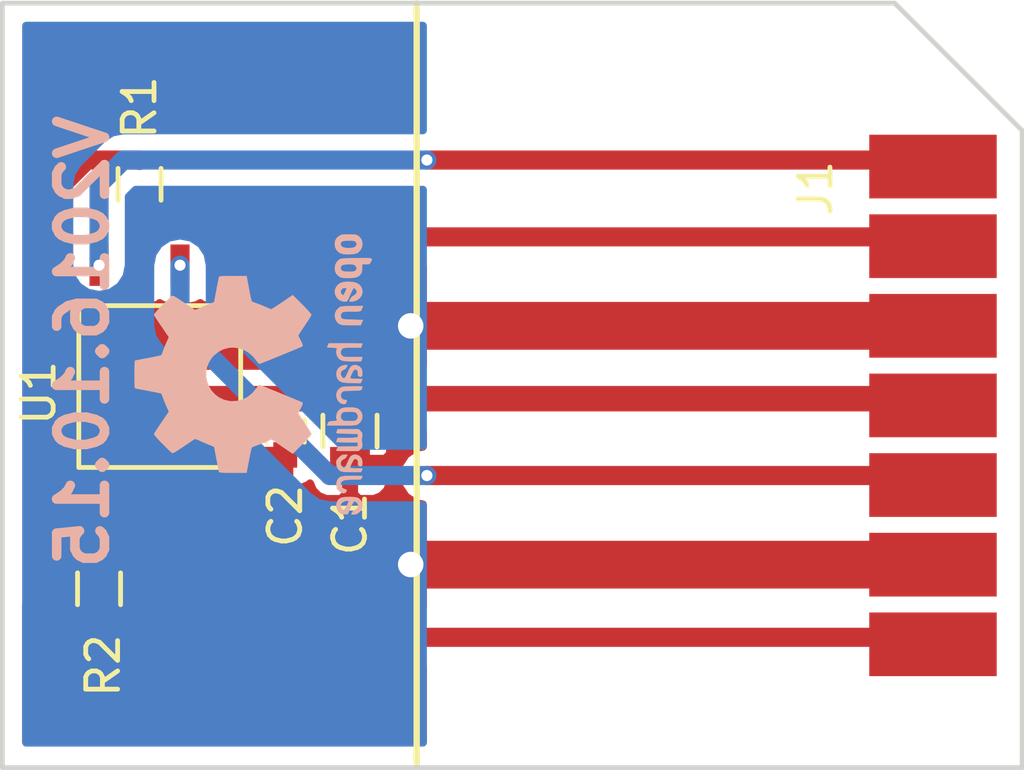
<source format=kicad_pcb>
(kicad_pcb (version 4) (host pcbnew 4.0.4+e1-6308~48~ubuntu16.04.1-stable)

  (general
    (links 15)
    (no_connects 0)
    (area 133.924999 93.399999 166.075001 117.600001)
    (thickness 1.6)
    (drawings 7)
    (tracks 57)
    (zones 0)
    (modules 7)
    (nets 9)
  )

  (page A4)
  (layers
    (0 F.Cu signal)
    (31 B.Cu signal)
    (32 B.Adhes user)
    (33 F.Adhes user)
    (34 B.Paste user)
    (35 F.Paste user)
    (36 B.SilkS user)
    (37 F.SilkS user)
    (38 B.Mask user)
    (39 F.Mask user)
    (40 Dwgs.User user)
    (41 Cmts.User user)
    (42 Eco1.User user)
    (43 Eco2.User user)
    (44 Edge.Cuts user)
    (45 Margin user)
    (46 B.CrtYd user)
    (47 F.CrtYd user)
    (48 B.Fab user)
    (49 F.Fab user)
  )

  (setup
    (last_trace_width 0.6)
    (user_trace_width 0.4)
    (user_trace_width 0.6)
    (user_trace_width 0.8)
    (user_trace_width 1)
    (user_trace_width 1.5)
    (trace_clearance 0.2)
    (zone_clearance 0.508)
    (zone_45_only no)
    (trace_min 0.1524)
    (segment_width 0.2)
    (edge_width 0.15)
    (via_size 0.6)
    (via_drill 0.4)
    (via_min_size 0.35)
    (via_min_drill 0.35)
    (user_via 0.5 0.35)
    (user_via 0.6 0.4)
    (user_via 0.8 0.6)
    (user_via 1 0.8)
    (user_via 1.7 1.5)
    (uvia_size 0.3)
    (uvia_drill 0.1)
    (uvias_allowed no)
    (uvia_min_size 0.2)
    (uvia_min_drill 0.1)
    (pcb_text_width 0.3)
    (pcb_text_size 1.5 1.5)
    (mod_edge_width 0.15)
    (mod_text_size 1 1)
    (mod_text_width 0.15)
    (pad_size 1.524 1.524)
    (pad_drill 0.762)
    (pad_to_mask_clearance 0.2)
    (aux_axis_origin 0 0)
    (visible_elements FFFFFF7F)
    (pcbplotparams
      (layerselection 0x00030_80000001)
      (usegerberextensions false)
      (excludeedgelayer true)
      (linewidth 0.100000)
      (plotframeref false)
      (viasonmask false)
      (mode 1)
      (useauxorigin false)
      (hpglpennumber 1)
      (hpglpenspeed 20)
      (hpglpendiameter 15)
      (hpglpenoverlay 2)
      (psnegative false)
      (psa4output false)
      (plotreference true)
      (plotvalue true)
      (plotinvisibletext false)
      (padsonsilk false)
      (subtractmaskfromsilk false)
      (outputformat 1)
      (mirror false)
      (drillshape 1)
      (scaleselection 1)
      (outputdirectory ""))
  )

  (net 0 "")
  (net 1 GND)
  (net 2 +3V3)
  (net 3 CS)
  (net 4 DI)
  (net 5 SCLK)
  (net 6 DO)
  (net 7 "Net-(R1-Pad1)")
  (net 8 "Net-(R2-Pad2)")

  (net_class Default "This is the default net class."
    (clearance 0.2)
    (trace_width 0.25)
    (via_dia 0.6)
    (via_drill 0.4)
    (uvia_dia 0.3)
    (uvia_drill 0.1)
    (add_net +3V3)
    (add_net CS)
    (add_net DI)
    (add_net DO)
    (add_net GND)
    (add_net "Net-(R1-Pad1)")
    (add_net "Net-(R2-Pad2)")
    (add_net SCLK)
  )

  (module SquantorPcbOutline:SD_CARD_connector locked (layer F.Cu) (tedit 57FB8582) (tstamp 57FB8117)
    (at 163.2 106.13)
    (path /57FB7E61)
    (fp_text reference J1 (at -3.688 -6.816 90) (layer F.SilkS)
      (effects (font (size 1 1) (thickness 0.15)))
    )
    (fp_text value SD_CARD_connector (at -3.942 1.82 270) (layer F.Fab)
      (effects (font (size 1 1) (thickness 0.15)))
    )
    (pad 1 smd rect (at 0 -7.5 90) (size 2 4) (layers F.Cu F.Paste F.Mask)
      (net 3 CS))
    (pad 2 smd rect (at 0 -5 90) (size 2 4) (layers F.Cu F.Paste F.Mask)
      (net 4 DI))
    (pad 3 smd rect (at 0 -2.5 90) (size 2 4) (layers F.Cu F.Paste F.Mask)
      (net 1 GND))
    (pad 4 smd rect (at 0 0 90) (size 2 4) (layers F.Cu F.Paste F.Mask)
      (net 2 +3V3))
    (pad 5 smd rect (at 0 2.5 90) (size 2 4) (layers F.Cu F.Paste F.Mask)
      (net 5 SCLK))
    (pad 6 smd rect (at 0 5 90) (size 2 4) (layers F.Cu F.Paste F.Mask)
      (net 1 GND))
    (pad 7 smd rect (at 0 7.5 90) (size 2 4) (layers F.Cu F.Paste F.Mask)
      (net 6 DO))
  )

  (module Capacitors_SMD:C_0805 (layer F.Cu) (tedit 57FD182A) (tstamp 57FB850F)
    (at 144.907 106.934 270)
    (descr "Capacitor SMD 0805, reflow soldering, AVX (see smccp.pdf)")
    (tags "capacitor 0805")
    (path /57FB81C5)
    (attr smd)
    (fp_text reference C1 (at 2.921 0 270) (layer F.SilkS)
      (effects (font (size 1 1) (thickness 0.15)))
    )
    (fp_text value 1u (at 0 0 270) (layer F.Fab)
      (effects (font (size 1 1) (thickness 0.15)))
    )
    (fp_line (start -1 0.625) (end -1 -0.625) (layer F.Fab) (width 0.15))
    (fp_line (start 1 0.625) (end -1 0.625) (layer F.Fab) (width 0.15))
    (fp_line (start 1 -0.625) (end 1 0.625) (layer F.Fab) (width 0.15))
    (fp_line (start -1 -0.625) (end 1 -0.625) (layer F.Fab) (width 0.15))
    (fp_line (start -1.8 -1) (end 1.8 -1) (layer F.CrtYd) (width 0.05))
    (fp_line (start -1.8 1) (end 1.8 1) (layer F.CrtYd) (width 0.05))
    (fp_line (start -1.8 -1) (end -1.8 1) (layer F.CrtYd) (width 0.05))
    (fp_line (start 1.8 -1) (end 1.8 1) (layer F.CrtYd) (width 0.05))
    (fp_line (start 0.5 -0.85) (end -0.5 -0.85) (layer F.SilkS) (width 0.15))
    (fp_line (start -0.5 0.85) (end 0.5 0.85) (layer F.SilkS) (width 0.15))
    (pad 1 smd rect (at -1 0 270) (size 1 1.25) (layers F.Cu F.Paste F.Mask)
      (net 2 +3V3))
    (pad 2 smd rect (at 1 0 270) (size 1 1.25) (layers F.Cu F.Paste F.Mask)
      (net 1 GND))
    (model Capacitors_SMD.3dshapes/C_0805.wrl
      (at (xyz 0 0 0))
      (scale (xyz 1 1 1))
      (rotate (xyz 0 0 0))
    )
  )

  (module Capacitors_SMD:C_0603 (layer F.Cu) (tedit 57FD182D) (tstamp 57FB8514)
    (at 142.875 106.934 270)
    (descr "Capacitor SMD 0603, reflow soldering, AVX (see smccp.pdf)")
    (tags "capacitor 0603")
    (path /57FB8208)
    (attr smd)
    (fp_text reference C2 (at 2.667 0 270) (layer F.SilkS)
      (effects (font (size 1 1) (thickness 0.15)))
    )
    (fp_text value 100n (at -0.127 0 270) (layer F.Fab)
      (effects (font (size 1 1) (thickness 0.15)))
    )
    (fp_line (start -0.8 0.4) (end -0.8 -0.4) (layer F.Fab) (width 0.15))
    (fp_line (start 0.8 0.4) (end -0.8 0.4) (layer F.Fab) (width 0.15))
    (fp_line (start 0.8 -0.4) (end 0.8 0.4) (layer F.Fab) (width 0.15))
    (fp_line (start -0.8 -0.4) (end 0.8 -0.4) (layer F.Fab) (width 0.15))
    (fp_line (start -1.45 -0.75) (end 1.45 -0.75) (layer F.CrtYd) (width 0.05))
    (fp_line (start -1.45 0.75) (end 1.45 0.75) (layer F.CrtYd) (width 0.05))
    (fp_line (start -1.45 -0.75) (end -1.45 0.75) (layer F.CrtYd) (width 0.05))
    (fp_line (start 1.45 -0.75) (end 1.45 0.75) (layer F.CrtYd) (width 0.05))
    (fp_line (start -0.35 -0.6) (end 0.35 -0.6) (layer F.SilkS) (width 0.15))
    (fp_line (start 0.35 0.6) (end -0.35 0.6) (layer F.SilkS) (width 0.15))
    (pad 1 smd rect (at -0.75 0 270) (size 0.8 0.75) (layers F.Cu F.Paste F.Mask)
      (net 2 +3V3))
    (pad 2 smd rect (at 0.75 0 270) (size 0.8 0.75) (layers F.Cu F.Paste F.Mask)
      (net 1 GND))
    (model Capacitors_SMD.3dshapes/C_0603.wrl
      (at (xyz 0 0 0))
      (scale (xyz 1 1 1))
      (rotate (xyz 0 0 0))
    )
  )

  (module Resistors_SMD:R_0603 (layer F.Cu) (tedit 57FD1825) (tstamp 57FC0114)
    (at 138.303 99.187 90)
    (descr "Resistor SMD 0603, reflow soldering, Vishay (see dcrcw.pdf)")
    (tags "resistor 0603")
    (path /57FC007B)
    (attr smd)
    (fp_text reference R1 (at 2.413 0 90) (layer F.SilkS)
      (effects (font (size 1 1) (thickness 0.15)))
    )
    (fp_text value 10K (at 0 0 90) (layer F.Fab)
      (effects (font (size 1 1) (thickness 0.15)))
    )
    (fp_line (start -1.3 -0.8) (end 1.3 -0.8) (layer F.CrtYd) (width 0.05))
    (fp_line (start -1.3 0.8) (end 1.3 0.8) (layer F.CrtYd) (width 0.05))
    (fp_line (start -1.3 -0.8) (end -1.3 0.8) (layer F.CrtYd) (width 0.05))
    (fp_line (start 1.3 -0.8) (end 1.3 0.8) (layer F.CrtYd) (width 0.05))
    (fp_line (start 0.5 0.675) (end -0.5 0.675) (layer F.SilkS) (width 0.15))
    (fp_line (start -0.5 -0.675) (end 0.5 -0.675) (layer F.SilkS) (width 0.15))
    (pad 1 smd rect (at -0.75 0 90) (size 0.5 0.9) (layers F.Cu F.Paste F.Mask)
      (net 7 "Net-(R1-Pad1)"))
    (pad 2 smd rect (at 0.75 0 90) (size 0.5 0.9) (layers F.Cu F.Paste F.Mask)
      (net 2 +3V3))
    (model Resistors_SMD.3dshapes/R_0603.wrl
      (at (xyz 0 0 0))
      (scale (xyz 1 1 1))
      (rotate (xyz 0 0 0))
    )
  )

  (module Resistors_SMD:R_0603 (layer F.Cu) (tedit 57FD183C) (tstamp 57FC011A)
    (at 137.033 111.887 90)
    (descr "Resistor SMD 0603, reflow soldering, Vishay (see dcrcw.pdf)")
    (tags "resistor 0603")
    (path /57FC027B)
    (attr smd)
    (fp_text reference R2 (at -2.413 0.127 90) (layer F.SilkS)
      (effects (font (size 1 1) (thickness 0.15)))
    )
    (fp_text value 10k (at 0.127 0.127 90) (layer F.Fab)
      (effects (font (size 1 1) (thickness 0.15)))
    )
    (fp_line (start -1.3 -0.8) (end 1.3 -0.8) (layer F.CrtYd) (width 0.05))
    (fp_line (start -1.3 0.8) (end 1.3 0.8) (layer F.CrtYd) (width 0.05))
    (fp_line (start -1.3 -0.8) (end -1.3 0.8) (layer F.CrtYd) (width 0.05))
    (fp_line (start 1.3 -0.8) (end 1.3 0.8) (layer F.CrtYd) (width 0.05))
    (fp_line (start 0.5 0.675) (end -0.5 0.675) (layer F.SilkS) (width 0.15))
    (fp_line (start -0.5 -0.675) (end 0.5 -0.675) (layer F.SilkS) (width 0.15))
    (pad 1 smd rect (at -0.75 0 90) (size 0.5 0.9) (layers F.Cu F.Paste F.Mask)
      (net 2 +3V3))
    (pad 2 smd rect (at 0.75 0 90) (size 0.5 0.9) (layers F.Cu F.Paste F.Mask)
      (net 8 "Net-(R2-Pad2)"))
    (model Resistors_SMD.3dshapes/R_0603.wrl
      (at (xyz 0 0 0))
      (scale (xyz 1 1 1))
      (rotate (xyz 0 0 0))
    )
  )

  (module SquantorAtmel:AT45DBXXX (layer F.Cu) (tedit 580208DB) (tstamp 58011BCD)
    (at 138.938 105.537 270)
    (path /58011846)
    (fp_text reference U1 (at 0.2 3.8 270) (layer F.SilkS)
      (effects (font (size 1 1) (thickness 0.15)))
    )
    (fp_text value AT45DBXXX (at -5.334 -3.81 270) (layer F.Fab)
      (effects (font (size 1 1) (thickness 0.15)))
    )
    (fp_circle (center -1.778 -1.778) (end -1.27 -1.778) (layer F.SilkS) (width 0.254))
    (fp_line (start 2.54 -1.905) (end 3.81 -1.905) (layer F.Fab) (width 0.42))
    (fp_line (start 2.54 -0.635) (end 3.81 -0.635) (layer F.Fab) (width 0.42))
    (fp_line (start 2.54 0.635) (end 3.81 0.635) (layer F.Fab) (width 0.42))
    (fp_line (start 2.54 1.905) (end 3.81 1.905) (layer F.Fab) (width 0.42))
    (fp_line (start -2.54 1.905) (end -3.81 1.905) (layer F.Fab) (width 0.42))
    (fp_line (start -2.54 0.635) (end -3.81 0.635) (layer F.Fab) (width 0.42))
    (fp_line (start -2.54 -0.635) (end -3.81 -0.635) (layer F.Fab) (width 0.42))
    (fp_line (start -2.54 -1.905) (end -3.81 -1.905) (layer F.Fab) (width 0.42))
    (fp_line (start -2.54 0) (end -2.54 -2.54) (layer F.SilkS) (width 0.15))
    (fp_line (start -2.54 -2.54) (end 2.54 -2.54) (layer F.SilkS) (width 0.15))
    (fp_line (start 2.54 -2.54) (end 2.54 2.54) (layer F.SilkS) (width 0.15))
    (fp_line (start 2.54 2.54) (end -2.54 2.54) (layer F.SilkS) (width 0.15))
    (fp_line (start -2.54 2.54) (end -2.54 0) (layer F.SilkS) (width 0.15))
    (pad 3 smd rect (at -3.81 0.635 270) (size 1.3 0.6) (layers F.Cu F.Paste F.Mask)
      (net 7 "Net-(R1-Pad1)"))
    (pad 2 smd rect (at -3.81 -0.635 270) (size 1.3 0.6) (layers F.Cu F.Paste F.Mask)
      (net 5 SCLK))
    (pad 1 smd rect (at -3.81 -1.905 270) (size 1.3 0.6) (layers F.Cu F.Paste F.Mask)
      (net 4 DI))
    (pad 4 smd rect (at -3.81 1.905 270) (size 1.3 0.6) (layers F.Cu F.Paste F.Mask)
      (net 3 CS))
    (pad 5 smd rect (at 3.81 1.905 270) (size 1.3 0.6) (layers F.Cu F.Paste F.Mask)
      (net 8 "Net-(R2-Pad2)"))
    (pad 6 smd rect (at 3.81 0.635 270) (size 1.3 0.6) (layers F.Cu F.Paste F.Mask)
      (net 2 +3V3))
    (pad 7 smd rect (at 3.81 -0.635 270) (size 1.3 0.6) (layers F.Cu F.Paste F.Mask)
      (net 1 GND))
    (pad 8 smd rect (at 3.81 -1.905 270) (size 1.3 0.6) (layers F.Cu F.Paste F.Mask)
      (net 6 DO))
  )

  (module Symbols:OSHW-Logo2_9.8x8mm_SilkScreen (layer B.Cu) (tedit 0) (tstamp 58020916)
    (at 141.859 105.156 270)
    (descr "Open Source Hardware Symbol")
    (tags "Logo Symbol OSHW")
    (attr virtual)
    (fp_text reference REF*** (at 0 0 270) (layer B.SilkS) hide
      (effects (font (size 1 1) (thickness 0.15)) (justify mirror))
    )
    (fp_text value OSHW-Logo2_9.8x8mm_SilkScreen (at 0.75 0 270) (layer B.Fab) hide
      (effects (font (size 1 1) (thickness 0.15)) (justify mirror))
    )
    (fp_poly (pts (xy -3.231114 -2.584505) (xy -3.156461 -2.621727) (xy -3.090569 -2.690261) (xy -3.072423 -2.715648)
      (xy -3.052655 -2.748866) (xy -3.039828 -2.784945) (xy -3.03249 -2.833098) (xy -3.029187 -2.902536)
      (xy -3.028462 -2.994206) (xy -3.031737 -3.11983) (xy -3.043123 -3.214154) (xy -3.064959 -3.284523)
      (xy -3.099581 -3.338286) (xy -3.14933 -3.382788) (xy -3.152986 -3.385423) (xy -3.202015 -3.412377)
      (xy -3.261055 -3.425712) (xy -3.336141 -3.429) (xy -3.458205 -3.429) (xy -3.458256 -3.547497)
      (xy -3.459392 -3.613492) (xy -3.466314 -3.652202) (xy -3.484402 -3.675419) (xy -3.519038 -3.694933)
      (xy -3.527355 -3.69892) (xy -3.56628 -3.717603) (xy -3.596417 -3.729403) (xy -3.618826 -3.730422)
      (xy -3.634567 -3.716761) (xy -3.644698 -3.684522) (xy -3.650277 -3.629804) (xy -3.652365 -3.548711)
      (xy -3.652019 -3.437344) (xy -3.6503 -3.291802) (xy -3.649763 -3.248269) (xy -3.647828 -3.098205)
      (xy -3.646096 -3.000042) (xy -3.458308 -3.000042) (xy -3.457252 -3.083364) (xy -3.452562 -3.13788)
      (xy -3.441949 -3.173837) (xy -3.423128 -3.201482) (xy -3.41035 -3.214965) (xy -3.35811 -3.254417)
      (xy -3.311858 -3.257628) (xy -3.264133 -3.225049) (xy -3.262923 -3.223846) (xy -3.243506 -3.198668)
      (xy -3.231693 -3.164447) (xy -3.225735 -3.111748) (xy -3.22388 -3.031131) (xy -3.223846 -3.013271)
      (xy -3.22833 -2.902175) (xy -3.242926 -2.825161) (xy -3.26935 -2.778147) (xy -3.309317 -2.75705)
      (xy -3.332416 -2.754923) (xy -3.387238 -2.7649) (xy -3.424842 -2.797752) (xy -3.447477 -2.857857)
      (xy -3.457394 -2.949598) (xy -3.458308 -3.000042) (xy -3.646096 -3.000042) (xy -3.645778 -2.98206)
      (xy -3.643127 -2.894679) (xy -3.639394 -2.830905) (xy -3.634093 -2.785582) (xy -3.626742 -2.753555)
      (xy -3.616857 -2.729668) (xy -3.603954 -2.708764) (xy -3.598421 -2.700898) (xy -3.525031 -2.626595)
      (xy -3.43224 -2.584467) (xy -3.324904 -2.572722) (xy -3.231114 -2.584505)) (layer B.SilkS) (width 0.01))
    (fp_poly (pts (xy -1.728336 -2.595089) (xy -1.665633 -2.631358) (xy -1.622039 -2.667358) (xy -1.590155 -2.705075)
      (xy -1.56819 -2.751199) (xy -1.554351 -2.812421) (xy -1.546847 -2.895431) (xy -1.543883 -3.006919)
      (xy -1.543539 -3.087062) (xy -1.543539 -3.382065) (xy -1.709615 -3.456515) (xy -1.719385 -3.133402)
      (xy -1.723421 -3.012729) (xy -1.727656 -2.925141) (xy -1.732903 -2.86465) (xy -1.739975 -2.825268)
      (xy -1.749689 -2.801007) (xy -1.762856 -2.78588) (xy -1.767081 -2.782606) (xy -1.831091 -2.757034)
      (xy -1.895792 -2.767153) (xy -1.934308 -2.794) (xy -1.949975 -2.813024) (xy -1.96082 -2.837988)
      (xy -1.967712 -2.875834) (xy -1.971521 -2.933502) (xy -1.973117 -3.017935) (xy -1.973385 -3.105928)
      (xy -1.973437 -3.216323) (xy -1.975328 -3.294463) (xy -1.981655 -3.347165) (xy -1.995017 -3.381242)
      (xy -2.018015 -3.403511) (xy -2.053246 -3.420787) (xy -2.100303 -3.438738) (xy -2.151697 -3.458278)
      (xy -2.145579 -3.111485) (xy -2.143116 -2.986468) (xy -2.140233 -2.894082) (xy -2.136102 -2.827881)
      (xy -2.129893 -2.78142) (xy -2.120774 -2.748256) (xy -2.107917 -2.721944) (xy -2.092416 -2.698729)
      (xy -2.017629 -2.624569) (xy -1.926372 -2.581684) (xy -1.827117 -2.571412) (xy -1.728336 -2.595089)) (layer B.SilkS) (width 0.01))
    (fp_poly (pts (xy -3.983114 -2.587256) (xy -3.891536 -2.635409) (xy -3.823951 -2.712905) (xy -3.799943 -2.762727)
      (xy -3.781262 -2.837533) (xy -3.771699 -2.932052) (xy -3.770792 -3.03521) (xy -3.778079 -3.135935)
      (xy -3.793097 -3.223153) (xy -3.815385 -3.285791) (xy -3.822235 -3.296579) (xy -3.903368 -3.377105)
      (xy -3.999734 -3.425336) (xy -4.104299 -3.43945) (xy -4.210032 -3.417629) (xy -4.239457 -3.404547)
      (xy -4.296759 -3.364231) (xy -4.34705 -3.310775) (xy -4.351803 -3.303995) (xy -4.371122 -3.271321)
      (xy -4.383892 -3.236394) (xy -4.391436 -3.190414) (xy -4.395076 -3.124584) (xy -4.396135 -3.030105)
      (xy -4.396154 -3.008923) (xy -4.396106 -3.002182) (xy -4.200769 -3.002182) (xy -4.199632 -3.091349)
      (xy -4.195159 -3.15052) (xy -4.185754 -3.188741) (xy -4.169824 -3.215053) (xy -4.161692 -3.223846)
      (xy -4.114942 -3.257261) (xy -4.069553 -3.255737) (xy -4.02366 -3.226752) (xy -3.996288 -3.195809)
      (xy -3.980077 -3.150643) (xy -3.970974 -3.07942) (xy -3.970349 -3.071114) (xy -3.968796 -2.942037)
      (xy -3.985035 -2.846172) (xy -4.018848 -2.784107) (xy -4.070016 -2.756432) (xy -4.08828 -2.754923)
      (xy -4.13624 -2.762513) (xy -4.169047 -2.788808) (xy -4.189105 -2.839095) (xy -4.198822 -2.918664)
      (xy -4.200769 -3.002182) (xy -4.396106 -3.002182) (xy -4.395426 -2.908249) (xy -4.392371 -2.837906)
      (xy -4.385678 -2.789163) (xy -4.37404 -2.753288) (xy -4.356147 -2.721548) (xy -4.352192 -2.715648)
      (xy -4.285733 -2.636104) (xy -4.213315 -2.589929) (xy -4.125151 -2.571599) (xy -4.095213 -2.570703)
      (xy -3.983114 -2.587256)) (layer B.SilkS) (width 0.01))
    (fp_poly (pts (xy -2.465746 -2.599745) (xy -2.388714 -2.651567) (xy -2.329184 -2.726412) (xy -2.293622 -2.821654)
      (xy -2.286429 -2.891756) (xy -2.287246 -2.921009) (xy -2.294086 -2.943407) (xy -2.312888 -2.963474)
      (xy -2.349592 -2.985733) (xy -2.410138 -3.014709) (xy -2.500466 -3.054927) (xy -2.500923 -3.055129)
      (xy -2.584067 -3.09321) (xy -2.652247 -3.127025) (xy -2.698495 -3.152933) (xy -2.715842 -3.167295)
      (xy -2.715846 -3.167411) (xy -2.700557 -3.198685) (xy -2.664804 -3.233157) (xy -2.623758 -3.25799)
      (xy -2.602963 -3.262923) (xy -2.54623 -3.245862) (xy -2.497373 -3.203133) (xy -2.473535 -3.156155)
      (xy -2.450603 -3.121522) (xy -2.405682 -3.082081) (xy -2.352877 -3.048009) (xy -2.30629 -3.02948)
      (xy -2.296548 -3.028462) (xy -2.285582 -3.045215) (xy -2.284921 -3.088039) (xy -2.29298 -3.145781)
      (xy -2.308173 -3.207289) (xy -2.328914 -3.261409) (xy -2.329962 -3.26351) (xy -2.392379 -3.35066)
      (xy -2.473274 -3.409939) (xy -2.565144 -3.439034) (xy -2.660487 -3.435634) (xy -2.751802 -3.397428)
      (xy -2.755862 -3.394741) (xy -2.827694 -3.329642) (xy -2.874927 -3.244705) (xy -2.901066 -3.133021)
      (xy -2.904574 -3.101643) (xy -2.910787 -2.953536) (xy -2.903339 -2.884468) (xy -2.715846 -2.884468)
      (xy -2.71341 -2.927552) (xy -2.700086 -2.940126) (xy -2.666868 -2.930719) (xy -2.614506 -2.908483)
      (xy -2.555976 -2.88061) (xy -2.554521 -2.879872) (xy -2.504911 -2.853777) (xy -2.485 -2.836363)
      (xy -2.48991 -2.818107) (xy -2.510584 -2.79412) (xy -2.563181 -2.759406) (xy -2.619823 -2.756856)
      (xy -2.670631 -2.782119) (xy -2.705724 -2.830847) (xy -2.715846 -2.884468) (xy -2.903339 -2.884468)
      (xy -2.898008 -2.835036) (xy -2.865222 -2.741055) (xy -2.819579 -2.675215) (xy -2.737198 -2.608681)
      (xy -2.646454 -2.575676) (xy -2.553815 -2.573573) (xy -2.465746 -2.599745)) (layer B.SilkS) (width 0.01))
    (fp_poly (pts (xy -0.840154 -2.49212) (xy -0.834428 -2.57198) (xy -0.827851 -2.619039) (xy -0.818738 -2.639566)
      (xy -0.805402 -2.639829) (xy -0.801077 -2.637378) (xy -0.743556 -2.619636) (xy -0.668732 -2.620672)
      (xy -0.592661 -2.63891) (xy -0.545082 -2.662505) (xy -0.496298 -2.700198) (xy -0.460636 -2.742855)
      (xy -0.436155 -2.797057) (xy -0.420913 -2.869384) (xy -0.41297 -2.966419) (xy -0.410384 -3.094742)
      (xy -0.410338 -3.119358) (xy -0.410308 -3.39587) (xy -0.471839 -3.41732) (xy -0.515541 -3.431912)
      (xy -0.539518 -3.438706) (xy -0.540223 -3.438769) (xy -0.542585 -3.420345) (xy -0.544594 -3.369526)
      (xy -0.546099 -3.292993) (xy -0.546947 -3.19743) (xy -0.547077 -3.139329) (xy -0.547349 -3.024771)
      (xy -0.548748 -2.942667) (xy -0.552151 -2.886393) (xy -0.558433 -2.849326) (xy -0.568471 -2.824844)
      (xy -0.583139 -2.806325) (xy -0.592298 -2.797406) (xy -0.655211 -2.761466) (xy -0.723864 -2.758775)
      (xy -0.786152 -2.78917) (xy -0.797671 -2.800144) (xy -0.814567 -2.820779) (xy -0.826286 -2.845256)
      (xy -0.833767 -2.880647) (xy -0.837946 -2.934026) (xy -0.839763 -3.012466) (xy -0.840154 -3.120617)
      (xy -0.840154 -3.39587) (xy -0.901685 -3.41732) (xy -0.945387 -3.431912) (xy -0.969364 -3.438706)
      (xy -0.97007 -3.438769) (xy -0.971874 -3.420069) (xy -0.9735 -3.367322) (xy -0.974883 -3.285557)
      (xy -0.975958 -3.179805) (xy -0.97666 -3.055094) (xy -0.976923 -2.916455) (xy -0.976923 -2.381806)
      (xy -0.849923 -2.328236) (xy -0.840154 -2.49212)) (layer B.SilkS) (width 0.01))
    (fp_poly (pts (xy 0.053501 -2.626303) (xy 0.13006 -2.654733) (xy 0.130936 -2.655279) (xy 0.178285 -2.690127)
      (xy 0.213241 -2.730852) (xy 0.237825 -2.783925) (xy 0.254062 -2.855814) (xy 0.263975 -2.952992)
      (xy 0.269586 -3.081928) (xy 0.270077 -3.100298) (xy 0.277141 -3.377287) (xy 0.217695 -3.408028)
      (xy 0.174681 -3.428802) (xy 0.14871 -3.438646) (xy 0.147509 -3.438769) (xy 0.143014 -3.420606)
      (xy 0.139444 -3.371612) (xy 0.137248 -3.300031) (xy 0.136769 -3.242068) (xy 0.136758 -3.14817)
      (xy 0.132466 -3.089203) (xy 0.117503 -3.061079) (xy 0.085482 -3.059706) (xy 0.030014 -3.080998)
      (xy -0.053731 -3.120136) (xy -0.115311 -3.152643) (xy -0.146983 -3.180845) (xy -0.156294 -3.211582)
      (xy -0.156308 -3.213104) (xy -0.140943 -3.266054) (xy -0.095453 -3.29466) (xy -0.025834 -3.298803)
      (xy 0.024313 -3.298084) (xy 0.050754 -3.312527) (xy 0.067243 -3.347218) (xy 0.076733 -3.391416)
      (xy 0.063057 -3.416493) (xy 0.057907 -3.420082) (xy 0.009425 -3.434496) (xy -0.058469 -3.436537)
      (xy -0.128388 -3.426983) (xy -0.177932 -3.409522) (xy -0.24643 -3.351364) (xy -0.285366 -3.270408)
      (xy -0.293077 -3.20716) (xy -0.287193 -3.150111) (xy -0.265899 -3.103542) (xy -0.223735 -3.062181)
      (xy -0.155241 -3.020755) (xy -0.054956 -2.973993) (xy -0.048846 -2.97135) (xy 0.04149 -2.929617)
      (xy 0.097235 -2.895391) (xy 0.121129 -2.864635) (xy 0.115913 -2.833311) (xy 0.084328 -2.797383)
      (xy 0.074883 -2.789116) (xy 0.011617 -2.757058) (xy -0.053936 -2.758407) (xy -0.111028 -2.789838)
      (xy -0.148907 -2.848024) (xy -0.152426 -2.859446) (xy -0.1867 -2.914837) (xy -0.230191 -2.941518)
      (xy -0.293077 -2.96796) (xy -0.293077 -2.899548) (xy -0.273948 -2.80011) (xy -0.217169 -2.708902)
      (xy -0.187622 -2.678389) (xy -0.120458 -2.639228) (xy -0.035044 -2.6215) (xy 0.053501 -2.626303)) (layer B.SilkS) (width 0.01))
    (fp_poly (pts (xy 0.713362 -2.62467) (xy 0.802117 -2.657421) (xy 0.874022 -2.71535) (xy 0.902144 -2.756128)
      (xy 0.932802 -2.830954) (xy 0.932165 -2.885058) (xy 0.899987 -2.921446) (xy 0.888081 -2.927633)
      (xy 0.836675 -2.946925) (xy 0.810422 -2.941982) (xy 0.80153 -2.909587) (xy 0.801077 -2.891692)
      (xy 0.784797 -2.825859) (xy 0.742365 -2.779807) (xy 0.683388 -2.757564) (xy 0.617475 -2.763161)
      (xy 0.563895 -2.792229) (xy 0.545798 -2.80881) (xy 0.532971 -2.828925) (xy 0.524306 -2.859332)
      (xy 0.518696 -2.906788) (xy 0.515035 -2.97805) (xy 0.512215 -3.079875) (xy 0.511484 -3.112115)
      (xy 0.50882 -3.22241) (xy 0.505792 -3.300036) (xy 0.50125 -3.351396) (xy 0.494046 -3.38289)
      (xy 0.483033 -3.40092) (xy 0.46706 -3.411888) (xy 0.456834 -3.416733) (xy 0.413406 -3.433301)
      (xy 0.387842 -3.438769) (xy 0.379395 -3.420507) (xy 0.374239 -3.365296) (xy 0.372346 -3.272499)
      (xy 0.373689 -3.141478) (xy 0.374107 -3.121269) (xy 0.377058 -3.001733) (xy 0.380548 -2.914449)
      (xy 0.385514 -2.852591) (xy 0.392893 -2.809336) (xy 0.403624 -2.77786) (xy 0.418645 -2.751339)
      (xy 0.426502 -2.739975) (xy 0.471553 -2.689692) (xy 0.52194 -2.650581) (xy 0.528108 -2.647167)
      (xy 0.618458 -2.620212) (xy 0.713362 -2.62467)) (layer B.SilkS) (width 0.01))
    (fp_poly (pts (xy 1.602081 -2.780289) (xy 1.601833 -2.92632) (xy 1.600872 -3.038655) (xy 1.598794 -3.122678)
      (xy 1.595193 -3.183769) (xy 1.589665 -3.227309) (xy 1.581804 -3.258679) (xy 1.571207 -3.283262)
      (xy 1.563182 -3.297294) (xy 1.496728 -3.373388) (xy 1.41247 -3.421084) (xy 1.319249 -3.438199)
      (xy 1.2259 -3.422546) (xy 1.170312 -3.394418) (xy 1.111957 -3.34576) (xy 1.072186 -3.286333)
      (xy 1.04819 -3.208507) (xy 1.037161 -3.104652) (xy 1.035599 -3.028462) (xy 1.035809 -3.022986)
      (xy 1.172308 -3.022986) (xy 1.173141 -3.110355) (xy 1.176961 -3.168192) (xy 1.185746 -3.206029)
      (xy 1.201474 -3.233398) (xy 1.220266 -3.254042) (xy 1.283375 -3.29389) (xy 1.351137 -3.297295)
      (xy 1.415179 -3.264025) (xy 1.420164 -3.259517) (xy 1.441439 -3.236067) (xy 1.454779 -3.208166)
      (xy 1.462001 -3.166641) (xy 1.464923 -3.102316) (xy 1.465385 -3.0312) (xy 1.464383 -2.941858)
      (xy 1.460238 -2.882258) (xy 1.451236 -2.843089) (xy 1.435667 -2.81504) (xy 1.422902 -2.800144)
      (xy 1.3636 -2.762575) (xy 1.295301 -2.758057) (xy 1.23011 -2.786753) (xy 1.217528 -2.797406)
      (xy 1.196111 -2.821063) (xy 1.182744 -2.849251) (xy 1.175566 -2.891245) (xy 1.172719 -2.956319)
      (xy 1.172308 -3.022986) (xy 1.035809 -3.022986) (xy 1.040322 -2.905765) (xy 1.056362 -2.813577)
      (xy 1.086528 -2.744269) (xy 1.133629 -2.690211) (xy 1.170312 -2.662505) (xy 1.23699 -2.632572)
      (xy 1.314272 -2.618678) (xy 1.38611 -2.622397) (xy 1.426308 -2.6374) (xy 1.442082 -2.64167)
      (xy 1.45255 -2.62575) (xy 1.459856 -2.583089) (xy 1.465385 -2.518106) (xy 1.471437 -2.445732)
      (xy 1.479844 -2.402187) (xy 1.495141 -2.377287) (xy 1.521864 -2.360845) (xy 1.538654 -2.353564)
      (xy 1.602154 -2.326963) (xy 1.602081 -2.780289)) (layer B.SilkS) (width 0.01))
    (fp_poly (pts (xy 2.395929 -2.636662) (xy 2.398911 -2.688068) (xy 2.401247 -2.766192) (xy 2.402749 -2.864857)
      (xy 2.403231 -2.968343) (xy 2.403231 -3.318533) (xy 2.341401 -3.380363) (xy 2.298793 -3.418462)
      (xy 2.26139 -3.433895) (xy 2.21027 -3.432918) (xy 2.189978 -3.430433) (xy 2.126554 -3.4232)
      (xy 2.074095 -3.419055) (xy 2.061308 -3.418672) (xy 2.018199 -3.421176) (xy 1.956544 -3.427462)
      (xy 1.932638 -3.430433) (xy 1.873922 -3.435028) (xy 1.834464 -3.425046) (xy 1.795338 -3.394228)
      (xy 1.781215 -3.380363) (xy 1.719385 -3.318533) (xy 1.719385 -2.663503) (xy 1.76915 -2.640829)
      (xy 1.812002 -2.624034) (xy 1.837073 -2.618154) (xy 1.843501 -2.636736) (xy 1.849509 -2.688655)
      (xy 1.854697 -2.768172) (xy 1.858664 -2.869546) (xy 1.860577 -2.955192) (xy 1.865923 -3.292231)
      (xy 1.91256 -3.298825) (xy 1.954976 -3.294214) (xy 1.97576 -3.279287) (xy 1.98157 -3.251377)
      (xy 1.98653 -3.191925) (xy 1.990246 -3.108466) (xy 1.992324 -3.008532) (xy 1.992624 -2.957104)
      (xy 1.992923 -2.661054) (xy 2.054454 -2.639604) (xy 2.098004 -2.62502) (xy 2.121694 -2.618219)
      (xy 2.122377 -2.618154) (xy 2.124754 -2.636642) (xy 2.127366 -2.687906) (xy 2.129995 -2.765649)
      (xy 2.132421 -2.863574) (xy 2.134115 -2.955192) (xy 2.139461 -3.292231) (xy 2.256692 -3.292231)
      (xy 2.262072 -2.984746) (xy 2.267451 -2.677261) (xy 2.324601 -2.647707) (xy 2.366797 -2.627413)
      (xy 2.39177 -2.618204) (xy 2.392491 -2.618154) (xy 2.395929 -2.636662)) (layer B.SilkS) (width 0.01))
    (fp_poly (pts (xy 2.887333 -2.633528) (xy 2.94359 -2.659117) (xy 2.987747 -2.690124) (xy 3.020101 -2.724795)
      (xy 3.042438 -2.76952) (xy 3.056546 -2.830692) (xy 3.064211 -2.914701) (xy 3.06722 -3.02794)
      (xy 3.067538 -3.102509) (xy 3.067538 -3.39342) (xy 3.017773 -3.416095) (xy 2.978576 -3.432667)
      (xy 2.959157 -3.438769) (xy 2.955442 -3.42061) (xy 2.952495 -3.371648) (xy 2.950691 -3.300153)
      (xy 2.950308 -3.243385) (xy 2.948661 -3.161371) (xy 2.944222 -3.096309) (xy 2.93774 -3.056467)
      (xy 2.93259 -3.048) (xy 2.897977 -3.056646) (xy 2.84364 -3.078823) (xy 2.780722 -3.108886)
      (xy 2.720368 -3.141192) (xy 2.673721 -3.170098) (xy 2.651926 -3.189961) (xy 2.651839 -3.190175)
      (xy 2.653714 -3.226935) (xy 2.670525 -3.262026) (xy 2.700039 -3.290528) (xy 2.743116 -3.300061)
      (xy 2.779932 -3.29895) (xy 2.832074 -3.298133) (xy 2.859444 -3.310349) (xy 2.875882 -3.342624)
      (xy 2.877955 -3.34871) (xy 2.885081 -3.394739) (xy 2.866024 -3.422687) (xy 2.816353 -3.436007)
      (xy 2.762697 -3.43847) (xy 2.666142 -3.42021) (xy 2.616159 -3.394131) (xy 2.554429 -3.332868)
      (xy 2.52169 -3.25767) (xy 2.518753 -3.178211) (xy 2.546424 -3.104167) (xy 2.588047 -3.057769)
      (xy 2.629604 -3.031793) (xy 2.694922 -2.998907) (xy 2.771038 -2.965557) (xy 2.783726 -2.960461)
      (xy 2.867333 -2.923565) (xy 2.91553 -2.891046) (xy 2.93103 -2.858718) (xy 2.91655 -2.822394)
      (xy 2.891692 -2.794) (xy 2.832939 -2.759039) (xy 2.768293 -2.756417) (xy 2.709008 -2.783358)
      (xy 2.666339 -2.837088) (xy 2.660739 -2.85095) (xy 2.628133 -2.901936) (xy 2.58053 -2.939787)
      (xy 2.520461 -2.97085) (xy 2.520461 -2.882768) (xy 2.523997 -2.828951) (xy 2.539156 -2.786534)
      (xy 2.572768 -2.741279) (xy 2.605035 -2.70642) (xy 2.655209 -2.657062) (xy 2.694193 -2.630547)
      (xy 2.736064 -2.619911) (xy 2.78346 -2.618154) (xy 2.887333 -2.633528)) (layer B.SilkS) (width 0.01))
    (fp_poly (pts (xy 3.570807 -2.636782) (xy 3.594161 -2.646988) (xy 3.649902 -2.691134) (xy 3.697569 -2.754967)
      (xy 3.727048 -2.823087) (xy 3.731846 -2.85667) (xy 3.71576 -2.903556) (xy 3.680475 -2.928365)
      (xy 3.642644 -2.943387) (xy 3.625321 -2.946155) (xy 3.616886 -2.926066) (xy 3.60023 -2.882351)
      (xy 3.592923 -2.862598) (xy 3.551948 -2.794271) (xy 3.492622 -2.760191) (xy 3.416552 -2.761239)
      (xy 3.410918 -2.762581) (xy 3.370305 -2.781836) (xy 3.340448 -2.819375) (xy 3.320055 -2.879809)
      (xy 3.307836 -2.967751) (xy 3.3025 -3.087813) (xy 3.302 -3.151698) (xy 3.301752 -3.252403)
      (xy 3.300126 -3.321054) (xy 3.295801 -3.364673) (xy 3.287454 -3.390282) (xy 3.273765 -3.404903)
      (xy 3.253411 -3.415558) (xy 3.252234 -3.416095) (xy 3.213038 -3.432667) (xy 3.193619 -3.438769)
      (xy 3.190635 -3.420319) (xy 3.188081 -3.369323) (xy 3.18614 -3.292308) (xy 3.184997 -3.195805)
      (xy 3.184769 -3.125184) (xy 3.185932 -2.988525) (xy 3.190479 -2.884851) (xy 3.199999 -2.808108)
      (xy 3.216081 -2.752246) (xy 3.240313 -2.711212) (xy 3.274286 -2.678954) (xy 3.307833 -2.65644)
      (xy 3.388499 -2.626476) (xy 3.482381 -2.619718) (xy 3.570807 -2.636782)) (layer B.SilkS) (width 0.01))
    (fp_poly (pts (xy 4.245224 -2.647838) (xy 4.322528 -2.698361) (xy 4.359814 -2.74359) (xy 4.389353 -2.825663)
      (xy 4.391699 -2.890607) (xy 4.386385 -2.977445) (xy 4.186115 -3.065103) (xy 4.088739 -3.109887)
      (xy 4.025113 -3.145913) (xy 3.992029 -3.177117) (xy 3.98628 -3.207436) (xy 4.004658 -3.240805)
      (xy 4.024923 -3.262923) (xy 4.083889 -3.298393) (xy 4.148024 -3.300879) (xy 4.206926 -3.273235)
      (xy 4.250197 -3.21832) (xy 4.257936 -3.198928) (xy 4.295006 -3.138364) (xy 4.337654 -3.112552)
      (xy 4.396154 -3.090471) (xy 4.396154 -3.174184) (xy 4.390982 -3.23115) (xy 4.370723 -3.279189)
      (xy 4.328262 -3.334346) (xy 4.321951 -3.341514) (xy 4.27472 -3.390585) (xy 4.234121 -3.41692)
      (xy 4.183328 -3.429035) (xy 4.14122 -3.433003) (xy 4.065902 -3.433991) (xy 4.012286 -3.421466)
      (xy 3.978838 -3.402869) (xy 3.926268 -3.361975) (xy 3.889879 -3.317748) (xy 3.86685 -3.262126)
      (xy 3.854359 -3.187047) (xy 3.849587 -3.084449) (xy 3.849206 -3.032376) (xy 3.850501 -2.969948)
      (xy 3.968471 -2.969948) (xy 3.969839 -3.003438) (xy 3.973249 -3.008923) (xy 3.995753 -3.001472)
      (xy 4.044182 -2.981753) (xy 4.108908 -2.953718) (xy 4.122443 -2.947692) (xy 4.204244 -2.906096)
      (xy 4.249312 -2.869538) (xy 4.259217 -2.835296) (xy 4.235526 -2.800648) (xy 4.21596 -2.785339)
      (xy 4.14536 -2.754721) (xy 4.07928 -2.75978) (xy 4.023959 -2.797151) (xy 3.985636 -2.863473)
      (xy 3.973349 -2.916116) (xy 3.968471 -2.969948) (xy 3.850501 -2.969948) (xy 3.85173 -2.91072)
      (xy 3.861032 -2.82071) (xy 3.87946 -2.755167) (xy 3.90936 -2.706912) (xy 3.95308 -2.668767)
      (xy 3.972141 -2.65644) (xy 4.058726 -2.624336) (xy 4.153522 -2.622316) (xy 4.245224 -2.647838)) (layer B.SilkS) (width 0.01))
    (fp_poly (pts (xy 0.139878 3.712224) (xy 0.245612 3.711645) (xy 0.322132 3.710078) (xy 0.374372 3.707028)
      (xy 0.407263 3.702004) (xy 0.425737 3.694511) (xy 0.434727 3.684056) (xy 0.439163 3.670147)
      (xy 0.439594 3.668346) (xy 0.446333 3.635855) (xy 0.458808 3.571748) (xy 0.475719 3.482849)
      (xy 0.495771 3.375981) (xy 0.517664 3.257967) (xy 0.518429 3.253822) (xy 0.540359 3.138169)
      (xy 0.560877 3.035986) (xy 0.578659 2.953402) (xy 0.592381 2.896544) (xy 0.600718 2.871542)
      (xy 0.601116 2.871099) (xy 0.625677 2.85889) (xy 0.676315 2.838544) (xy 0.742095 2.814455)
      (xy 0.742461 2.814326) (xy 0.825317 2.783182) (xy 0.923 2.743509) (xy 1.015077 2.703619)
      (xy 1.019434 2.701647) (xy 1.169407 2.63358) (xy 1.501498 2.860361) (xy 1.603374 2.929496)
      (xy 1.695657 2.991303) (xy 1.773003 3.042267) (xy 1.830064 3.078873) (xy 1.861495 3.097606)
      (xy 1.864479 3.098996) (xy 1.887321 3.09281) (xy 1.929982 3.062965) (xy 1.994128 3.008053)
      (xy 2.081421 2.926666) (xy 2.170535 2.840078) (xy 2.256441 2.754753) (xy 2.333327 2.676892)
      (xy 2.396564 2.611303) (xy 2.441523 2.562795) (xy 2.463576 2.536175) (xy 2.464396 2.534805)
      (xy 2.466834 2.516537) (xy 2.45765 2.486705) (xy 2.434574 2.441279) (xy 2.395337 2.37623)
      (xy 2.33767 2.28753) (xy 2.260795 2.173343) (xy 2.19257 2.072838) (xy 2.131582 1.982697)
      (xy 2.081356 1.908151) (xy 2.045416 1.854435) (xy 2.027287 1.826782) (xy 2.026146 1.824905)
      (xy 2.028359 1.79841) (xy 2.045138 1.746914) (xy 2.073142 1.680149) (xy 2.083122 1.658828)
      (xy 2.126672 1.563841) (xy 2.173134 1.456063) (xy 2.210877 1.362808) (xy 2.238073 1.293594)
      (xy 2.259675 1.240994) (xy 2.272158 1.213503) (xy 2.273709 1.211384) (xy 2.296668 1.207876)
      (xy 2.350786 1.198262) (xy 2.428868 1.183911) (xy 2.523719 1.166193) (xy 2.628143 1.146475)
      (xy 2.734944 1.126126) (xy 2.836926 1.106514) (xy 2.926894 1.089009) (xy 2.997653 1.074978)
      (xy 3.042006 1.065791) (xy 3.052885 1.063193) (xy 3.064122 1.056782) (xy 3.072605 1.042303)
      (xy 3.078714 1.014867) (xy 3.082832 0.969589) (xy 3.085341 0.90158) (xy 3.086621 0.805953)
      (xy 3.087054 0.67782) (xy 3.087077 0.625299) (xy 3.087077 0.198155) (xy 2.9845 0.177909)
      (xy 2.927431 0.16693) (xy 2.842269 0.150905) (xy 2.739372 0.131767) (xy 2.629096 0.111449)
      (xy 2.598615 0.105868) (xy 2.496855 0.086083) (xy 2.408205 0.066627) (xy 2.340108 0.049303)
      (xy 2.300004 0.035912) (xy 2.293323 0.031921) (xy 2.276919 0.003658) (xy 2.253399 -0.051109)
      (xy 2.227316 -0.121588) (xy 2.222142 -0.136769) (xy 2.187956 -0.230896) (xy 2.145523 -0.337101)
      (xy 2.103997 -0.432473) (xy 2.103792 -0.432916) (xy 2.03464 -0.582525) (xy 2.489512 -1.251617)
      (xy 2.1975 -1.544116) (xy 2.10918 -1.63117) (xy 2.028625 -1.707909) (xy 1.96036 -1.770237)
      (xy 1.908908 -1.814056) (xy 1.878794 -1.83527) (xy 1.874474 -1.836616) (xy 1.849111 -1.826016)
      (xy 1.797358 -1.796547) (xy 1.724868 -1.751705) (xy 1.637294 -1.694984) (xy 1.542612 -1.631462)
      (xy 1.446516 -1.566668) (xy 1.360837 -1.510287) (xy 1.291016 -1.465788) (xy 1.242494 -1.436639)
      (xy 1.220782 -1.426308) (xy 1.194293 -1.43505) (xy 1.144062 -1.458087) (xy 1.080451 -1.490631)
      (xy 1.073708 -1.494249) (xy 0.988046 -1.53721) (xy 0.929306 -1.558279) (xy 0.892772 -1.558503)
      (xy 0.873731 -1.538928) (xy 0.87362 -1.538654) (xy 0.864102 -1.515472) (xy 0.841403 -1.460441)
      (xy 0.807282 -1.377822) (xy 0.7635 -1.271872) (xy 0.711816 -1.146852) (xy 0.653992 -1.00702)
      (xy 0.597991 -0.871637) (xy 0.536447 -0.722234) (xy 0.479939 -0.583832) (xy 0.430161 -0.460673)
      (xy 0.388806 -0.357002) (xy 0.357568 -0.277059) (xy 0.338141 -0.225088) (xy 0.332154 -0.205692)
      (xy 0.347168 -0.183443) (xy 0.386439 -0.147982) (xy 0.438807 -0.108887) (xy 0.587941 0.014755)
      (xy 0.704511 0.156478) (xy 0.787118 0.313296) (xy 0.834366 0.482225) (xy 0.844857 0.660278)
      (xy 0.837231 0.742461) (xy 0.795682 0.912969) (xy 0.724123 1.063541) (xy 0.626995 1.192691)
      (xy 0.508734 1.298936) (xy 0.37378 1.38079) (xy 0.226571 1.436768) (xy 0.071544 1.465385)
      (xy -0.086861 1.465156) (xy -0.244206 1.434595) (xy -0.396054 1.372218) (xy -0.537965 1.27654)
      (xy -0.597197 1.222428) (xy -0.710797 1.08348) (xy -0.789894 0.931639) (xy -0.835014 0.771333)
      (xy -0.846684 0.606988) (xy -0.825431 0.443029) (xy -0.77178 0.283882) (xy -0.68626 0.133975)
      (xy -0.569395 -0.002267) (xy -0.438807 -0.108887) (xy -0.384412 -0.149642) (xy -0.345986 -0.184718)
      (xy -0.332154 -0.205726) (xy -0.339397 -0.228635) (xy -0.359995 -0.283365) (xy -0.392254 -0.365672)
      (xy -0.434479 -0.471315) (xy -0.484977 -0.59605) (xy -0.542052 -0.735636) (xy -0.598146 -0.87167)
      (xy -0.660033 -1.021201) (xy -0.717356 -1.159767) (xy -0.768356 -1.283107) (xy -0.811273 -1.386964)
      (xy -0.844347 -1.46708) (xy -0.865819 -1.519195) (xy -0.873775 -1.538654) (xy -0.892571 -1.558423)
      (xy -0.928926 -1.558365) (xy -0.987521 -1.537441) (xy -1.073032 -1.494613) (xy -1.073708 -1.494249)
      (xy -1.138093 -1.461012) (xy -1.190139 -1.436802) (xy -1.219488 -1.426404) (xy -1.220783 -1.426308)
      (xy -1.242876 -1.436855) (xy -1.291652 -1.466184) (xy -1.361669 -1.510827) (xy -1.447486 -1.567314)
      (xy -1.542612 -1.631462) (xy -1.63946 -1.696411) (xy -1.726747 -1.752896) (xy -1.798819 -1.797421)
      (xy -1.850023 -1.82649) (xy -1.874474 -1.836616) (xy -1.89699 -1.823307) (xy -1.942258 -1.786112)
      (xy -2.005756 -1.729128) (xy -2.082961 -1.656449) (xy -2.169349 -1.572171) (xy -2.197601 -1.544016)
      (xy -2.489713 -1.251416) (xy -2.267369 -0.925104) (xy -2.199798 -0.824897) (xy -2.140493 -0.734963)
      (xy -2.092783 -0.66051) (xy -2.059993 -0.606751) (xy -2.045452 -0.578894) (xy -2.045026 -0.576912)
      (xy -2.052692 -0.550655) (xy -2.073311 -0.497837) (xy -2.103315 -0.42731) (xy -2.124375 -0.380093)
      (xy -2.163752 -0.289694) (xy -2.200835 -0.198366) (xy -2.229585 -0.1212) (xy -2.237395 -0.097692)
      (xy -2.259583 -0.034916) (xy -2.281273 0.013589) (xy -2.293187 0.031921) (xy -2.319477 0.043141)
      (xy -2.376858 0.059046) (xy -2.457882 0.077833) (xy -2.555105 0.097701) (xy -2.598615 0.105868)
      (xy -2.709104 0.126171) (xy -2.815084 0.14583) (xy -2.906199 0.162912) (xy -2.972092 0.175482)
      (xy -2.9845 0.177909) (xy -3.087077 0.198155) (xy -3.087077 0.625299) (xy -3.086847 0.765754)
      (xy -3.085901 0.872021) (xy -3.083859 0.948987) (xy -3.080338 1.00154) (xy -3.074957 1.034567)
      (xy -3.067334 1.052955) (xy -3.057088 1.061592) (xy -3.052885 1.063193) (xy -3.02753 1.068873)
      (xy -2.971516 1.080205) (xy -2.892036 1.095821) (xy -2.796288 1.114353) (xy -2.691467 1.134431)
      (xy -2.584768 1.154688) (xy -2.483387 1.173754) (xy -2.394521 1.190261) (xy -2.325363 1.202841)
      (xy -2.283111 1.210125) (xy -2.27371 1.211384) (xy -2.265193 1.228237) (xy -2.24634 1.27313)
      (xy -2.220676 1.33757) (xy -2.210877 1.362808) (xy -2.171352 1.460314) (xy -2.124808 1.568041)
      (xy -2.083123 1.658828) (xy -2.05245 1.728247) (xy -2.032044 1.78529) (xy -2.025232 1.820223)
      (xy -2.026318 1.824905) (xy -2.040715 1.847009) (xy -2.073588 1.896169) (xy -2.12141 1.967152)
      (xy -2.180652 2.054722) (xy -2.247785 2.153643) (xy -2.261059 2.17317) (xy -2.338954 2.28886)
      (xy -2.396213 2.376956) (xy -2.435119 2.441514) (xy -2.457956 2.486589) (xy -2.467006 2.516237)
      (xy -2.464552 2.534515) (xy -2.464489 2.534631) (xy -2.445173 2.558639) (xy -2.402449 2.605053)
      (xy -2.340949 2.669063) (xy -2.265302 2.745855) (xy -2.180139 2.830618) (xy -2.170535 2.840078)
      (xy -2.06321 2.944011) (xy -1.980385 3.020325) (xy -1.920395 3.070429) (xy -1.881577 3.09573)
      (xy -1.86448 3.098996) (xy -1.839527 3.08475) (xy -1.787745 3.051844) (xy -1.71448 3.003792)
      (xy -1.62508 2.94411) (xy -1.524889 2.876312) (xy -1.501499 2.860361) (xy -1.169407 2.63358)
      (xy -1.019435 2.701647) (xy -0.92823 2.741315) (xy -0.830331 2.781209) (xy -0.746169 2.813017)
      (xy -0.742462 2.814326) (xy -0.676631 2.838424) (xy -0.625884 2.8588) (xy -0.601158 2.871064)
      (xy -0.601116 2.871099) (xy -0.593271 2.893266) (xy -0.579934 2.947783) (xy -0.56243 3.02852)
      (xy -0.542083 3.12935) (xy -0.520218 3.244144) (xy -0.518429 3.253822) (xy -0.496496 3.372096)
      (xy -0.47636 3.479458) (xy -0.45932 3.569083) (xy -0.446672 3.634149) (xy -0.439716 3.667832)
      (xy -0.439594 3.668346) (xy -0.435361 3.682675) (xy -0.427129 3.693493) (xy -0.409967 3.701294)
      (xy -0.378942 3.706571) (xy -0.329122 3.709818) (xy -0.255576 3.711528) (xy -0.153371 3.712193)
      (xy -0.017575 3.712307) (xy 0 3.712308) (xy 0.139878 3.712224)) (layer B.SilkS) (width 0.01))
  )

  (gr_text V2016.10.15 (at 136.525 104.14 90) (layer B.SilkS)
    (effects (font (size 1.5 1.5) (thickness 0.3)) (justify mirror))
  )
  (gr_line (start 147 93.5) (end 147 117.5) (angle 90) (layer F.SilkS) (width 0.2))
  (gr_line (start 134 93.5) (end 134 117.5) (angle 90) (layer Edge.Cuts) (width 0.15))
  (gr_line (start 162 93.5) (end 134 93.5) (angle 90) (layer Edge.Cuts) (width 0.15))
  (gr_line (start 166 97.5) (end 162 93.5) (angle 90) (layer Edge.Cuts) (width 0.15))
  (gr_line (start 166 117.5) (end 166 97.5) (angle 90) (layer Edge.Cuts) (width 0.15))
  (gr_line (start 134 117.5) (end 166 117.5) (angle 90) (layer Edge.Cuts) (width 0.15))

  (segment (start 163.2 103.63) (end 146.814 103.63) (width 1.5) (layer F.Cu) (net 1))
  (via (at 146.812 103.632) (size 1) (drill 0.8) (layers F.Cu B.Cu) (net 1))
  (segment (start 146.814 103.63) (end 146.812 103.632) (width 1.5) (layer F.Cu) (net 1) (tstamp 58020598))
  (segment (start 163.2 111.13) (end 146.817 111.13) (width 1.5) (layer F.Cu) (net 1))
  (segment (start 146.817 111.13) (end 146.812 111.125) (width 1.5) (layer F.Cu) (net 1) (tstamp 57FC038A))
  (via (at 146.812 111.125) (size 1) (drill 0.8) (layers F.Cu B.Cu) (net 1))
  (segment (start 144.907 105.934) (end 144.891 105.918) (width 0.6) (layer F.Cu) (net 2))
  (segment (start 144.891 105.918) (end 143.141 105.918) (width 0.6) (layer F.Cu) (net 2) (tstamp 580208BB))
  (segment (start 143.141 105.918) (end 142.875 106.184) (width 0.6) (layer F.Cu) (net 2) (tstamp 580208C0))
  (segment (start 144.907 105.934) (end 144.923 105.918) (width 0.6) (layer F.Cu) (net 2))
  (segment (start 144.923 105.918) (end 145.923 105.918) (width 0.6) (layer F.Cu) (net 2) (tstamp 580208B4))
  (segment (start 144.923 105.918) (end 145.923 105.918) (width 0.8) (layer F.Cu) (net 2) (tstamp 58020830))
  (segment (start 145.923 105.918) (end 145.542 105.918) (width 0.8) (layer F.Cu) (net 2) (tstamp 580208B9))
  (segment (start 142.875 106.184) (end 142.875 105.918) (width 0.8) (layer F.Cu) (net 2))
  (segment (start 163.2 106.13) (end 162.988 105.918) (width 0.8) (layer F.Cu) (net 2))
  (segment (start 162.988 105.918) (end 145.542 105.918) (width 0.8) (layer F.Cu) (net 2) (tstamp 58020812))
  (segment (start 145.542 105.918) (end 139.192 105.918) (width 0.8) (layer F.Cu) (net 2) (tstamp 58020838))
  (segment (start 139.192 105.918) (end 138.43 106.68) (width 0.8) (layer F.Cu) (net 2) (tstamp 58020817))
  (segment (start 138.43 106.68) (end 138.303 106.807) (width 0.8) (layer F.Cu) (net 2) (tstamp 5802081D))
  (segment (start 138.303 106.807) (end 138.303 109.347) (width 0.8) (layer F.Cu) (net 2) (tstamp 58020820))
  (segment (start 137.033 112.637) (end 137.045 112.649) (width 0.6) (layer F.Cu) (net 2))
  (segment (start 137.045 112.649) (end 137.795 112.649) (width 0.6) (layer F.Cu) (net 2) (tstamp 5802078C))
  (segment (start 138.303 98.437) (end 138.291 98.425) (width 0.6) (layer F.Cu) (net 2))
  (segment (start 138.291 98.425) (end 136.652 98.425) (width 0.6) (layer F.Cu) (net 2) (tstamp 5802075F))
  (segment (start 136.652 98.425) (end 135.636 99.441) (width 0.6) (layer F.Cu) (net 2) (tstamp 58020764))
  (segment (start 135.636 99.441) (end 135.636 112.141) (width 0.6) (layer F.Cu) (net 2) (tstamp 58020767))
  (segment (start 135.636 112.141) (end 136.144 112.649) (width 0.6) (layer F.Cu) (net 2) (tstamp 5802076A))
  (segment (start 136.144 112.649) (end 137.795 112.649) (width 0.6) (layer F.Cu) (net 2) (tstamp 58020772))
  (segment (start 137.795 112.649) (end 138.303 112.141) (width 0.6) (layer F.Cu) (net 2) (tstamp 58020774))
  (segment (start 138.303 112.141) (end 138.303 109.347) (width 0.6) (layer F.Cu) (net 2) (tstamp 5802077A))
  (via (at 137.033 101.727) (size 0.5) (drill 0.35) (layers F.Cu B.Cu) (net 3))
  (segment (start 137.033 99.187) (end 137.033 101.727) (width 0.6) (layer B.Cu) (net 3) (tstamp 5802064D))
  (segment (start 137.795 98.425) (end 137.033 99.187) (width 0.6) (layer B.Cu) (net 3) (tstamp 58020649))
  (segment (start 147.32 98.425) (end 137.795 98.425) (width 0.6) (layer B.Cu) (net 3) (tstamp 58020648))
  (via (at 147.32 98.425) (size 0.5) (drill 0.35) (layers F.Cu B.Cu) (net 3))
  (segment (start 162.995 98.425) (end 147.32 98.425) (width 0.6) (layer F.Cu) (net 3) (tstamp 58020622))
  (segment (start 163.2 98.63) (end 162.995 98.425) (width 0.6) (layer F.Cu) (net 3))
  (segment (start 163.2 101.13) (end 162.908 100.838) (width 0.6) (layer F.Cu) (net 4))
  (segment (start 162.908 100.838) (end 141.732 100.838) (width 0.6) (layer F.Cu) (net 4) (tstamp 58020878))
  (segment (start 141.732 100.838) (end 140.843 101.727) (width 0.6) (layer F.Cu) (net 4) (tstamp 58020882))
  (segment (start 163.2 101.13) (end 163.035 100.965) (width 0.6) (layer F.Cu) (net 4))
  (segment (start 163.2 108.63) (end 162.901 108.331) (width 0.6) (layer F.Cu) (net 5))
  (segment (start 162.901 108.331) (end 147.32 108.331) (width 0.6) (layer F.Cu) (net 5) (tstamp 580206CF))
  (via (at 139.573 101.727) (size 0.5) (drill 0.35) (layers F.Cu B.Cu) (net 5))
  (segment (start 139.573 103.632) (end 139.573 101.727) (width 0.6) (layer B.Cu) (net 5) (tstamp 580206E9))
  (segment (start 144.272 108.331) (end 139.573 103.632) (width 0.6) (layer B.Cu) (net 5) (tstamp 580206D6))
  (segment (start 147.32 108.331) (end 144.272 108.331) (width 0.6) (layer B.Cu) (net 5) (tstamp 580206D5))
  (via (at 147.32 108.331) (size 0.5) (drill 0.35) (layers F.Cu B.Cu) (net 5))
  (segment (start 163.2 108.63) (end 162.61 109.22) (width 0.6) (layer F.Cu) (net 5))
  (segment (start 163.2 113.63) (end 162.981 113.411) (width 0.6) (layer F.Cu) (net 6))
  (segment (start 162.981 113.411) (end 141.986 113.411) (width 0.6) (layer F.Cu) (net 6) (tstamp 5802071D))
  (segment (start 140.843 112.649) (end 140.843 109.347) (width 0.6) (layer F.Cu) (net 6) (tstamp 58020725))
  (segment (start 141.605 113.411) (end 140.843 112.649) (width 0.6) (layer F.Cu) (net 6) (tstamp 58020722))
  (segment (start 141.986 113.411) (end 141.605 113.411) (width 0.6) (layer F.Cu) (net 6) (tstamp 58020720))
  (segment (start 163.2 113.63) (end 162.854 113.284) (width 0.6) (layer F.Cu) (net 6))
  (segment (start 138.303 101.727) (end 138.303 99.937) (width 0.6) (layer F.Cu) (net 7))
  (segment (start 137.033 111.137) (end 137.033 109.347) (width 0.6) (layer F.Cu) (net 8))

  (zone (net 1) (net_name GND) (layer F.Cu) (tstamp 57FB8422) (hatch edge 0.508)
    (connect_pads (clearance 0.508))
    (min_thickness 0.254)
    (fill yes (arc_segments 16) (thermal_gap 0.508) (thermal_bridge_width 0.508))
    (polygon
      (pts
        (xy 147.32 116.84) (xy 134.62 116.84) (xy 134.62 93.98) (xy 147.32 93.98)
      )
    )
    (filled_polygon
      (pts
        (xy 141.865 107.157691) (xy 141.865 107.39825) (xy 142.02375 107.557) (xy 142.748 107.557) (xy 142.748 107.537)
        (xy 143.002 107.537) (xy 143.002 107.557) (xy 143.022 107.557) (xy 143.022 107.811) (xy 143.002 107.811)
        (xy 143.002 108.56025) (xy 143.16075 108.719) (xy 143.37631 108.719) (xy 143.609699 108.622327) (xy 143.654239 108.577786)
        (xy 143.743673 108.793698) (xy 143.922301 108.972327) (xy 144.15569 109.069) (xy 144.62125 109.069) (xy 144.78 108.91025)
        (xy 144.78 108.061) (xy 145.034 108.061) (xy 145.034 108.91025) (xy 145.19275 109.069) (xy 145.65831 109.069)
        (xy 145.891699 108.972327) (xy 146.070327 108.793698) (xy 146.167 108.560309) (xy 146.167 108.21975) (xy 146.00825 108.061)
        (xy 145.034 108.061) (xy 144.78 108.061) (xy 144.76 108.061) (xy 144.76 107.807) (xy 144.78 107.807)
        (xy 144.78 107.787) (xy 145.034 107.787) (xy 145.034 107.807) (xy 146.00825 107.807) (xy 146.167 107.64825)
        (xy 146.167 107.307691) (xy 146.070327 107.074302) (xy 145.949026 106.953) (xy 147.193 106.953) (xy 147.193 107.421262)
        (xy 146.962191 107.467173) (xy 146.658855 107.669855) (xy 146.456173 107.973191) (xy 146.385 108.331) (xy 146.456173 108.688809)
        (xy 146.658855 108.992145) (xy 146.962191 109.194827) (xy 147.193 109.240738) (xy 147.193 112.476) (xy 141.99229 112.476)
        (xy 141.778 112.26171) (xy 141.778 110.058431) (xy 141.79044 109.997) (xy 141.79044 108.697) (xy 141.746162 108.461683)
        (xy 141.60709 108.245559) (xy 141.39489 108.100569) (xy 141.143 108.04956) (xy 140.543 108.04956) (xy 140.307683 108.093838)
        (xy 140.21702 108.152178) (xy 139.99931 108.062) (xy 139.85875 108.062) (xy 139.7 108.22075) (xy 139.7 109.22)
        (xy 139.72 109.22) (xy 139.72 109.474) (xy 139.7 109.474) (xy 139.7 110.47325) (xy 139.85875 110.632)
        (xy 139.908 110.632) (xy 139.908 112.649) (xy 139.979173 113.006809) (xy 140.181855 113.310145) (xy 140.943855 114.072145)
        (xy 141.247191 114.274827) (xy 141.605 114.346) (xy 147.193 114.346) (xy 147.193 116.713) (xy 134.747 116.713)
        (xy 134.747 112.372257) (xy 134.772173 112.498809) (xy 134.974855 112.802145) (xy 135.482853 113.310142) (xy 135.482855 113.310145)
        (xy 135.786191 113.512827) (xy 136.144 113.584) (xy 137.044995 113.584) (xy 137.045 113.584001) (xy 137.045005 113.584)
        (xy 137.795 113.584) (xy 138.152809 113.512827) (xy 138.456145 113.310145) (xy 138.456146 113.310144) (xy 138.964142 112.802147)
        (xy 138.964145 112.802145) (xy 139.166827 112.498809) (xy 139.238 112.141) (xy 139.238 110.632) (xy 139.28725 110.632)
        (xy 139.446 110.47325) (xy 139.446 109.474) (xy 139.426 109.474) (xy 139.426 109.22) (xy 139.446 109.22)
        (xy 139.446 108.22075) (xy 139.338 108.11275) (xy 139.338 107.96975) (xy 141.865 107.96975) (xy 141.865 108.210309)
        (xy 141.961673 108.443698) (xy 142.140301 108.622327) (xy 142.37369 108.719) (xy 142.58925 108.719) (xy 142.748 108.56025)
        (xy 142.748 107.811) (xy 142.02375 107.811) (xy 141.865 107.96975) (xy 139.338 107.96975) (xy 139.338 107.235712)
        (xy 139.620711 106.953) (xy 141.949786 106.953)
      )
    )
    (filled_polygon
      (pts
        (xy 147.193 104.883) (xy 145.850381 104.883) (xy 145.78389 104.837569) (xy 145.532 104.78656) (xy 144.282 104.78656)
        (xy 144.046683 104.830838) (xy 143.965621 104.883) (xy 139.192005 104.883) (xy 139.192 104.882999) (xy 138.795923 104.961785)
        (xy 138.460144 105.186144) (xy 138.460142 105.186147) (xy 137.698144 105.948144) (xy 137.698142 105.948147) (xy 137.571144 106.075144)
        (xy 137.346785 106.410923) (xy 137.267999 106.807) (xy 137.268 106.807005) (xy 137.268 108.04956) (xy 136.733 108.04956)
        (xy 136.571 108.080042) (xy 136.571 102.991634) (xy 136.733 103.02444) (xy 137.333 103.02444) (xy 137.568317 102.980162)
        (xy 137.667528 102.916322) (xy 137.75111 102.973431) (xy 138.003 103.02444) (xy 138.603 103.02444) (xy 138.838317 102.980162)
        (xy 138.937528 102.916322) (xy 139.02111 102.973431) (xy 139.273 103.02444) (xy 139.873 103.02444) (xy 140.108317 102.980162)
        (xy 140.207528 102.916322) (xy 140.29111 102.973431) (xy 140.543 103.02444) (xy 141.143 103.02444) (xy 141.378317 102.980162)
        (xy 141.594441 102.84109) (xy 141.739431 102.62889) (xy 141.79044 102.377) (xy 141.79044 102.10185) (xy 142.11929 101.773)
        (xy 147.193 101.773)
      )
    )
  )
  (zone (net 1) (net_name GND) (layer B.Cu) (tstamp 57FC02AF) (hatch edge 0.508)
    (connect_pads (clearance 0.508))
    (min_thickness 0.254)
    (fill yes (arc_segments 16) (thermal_gap 0.508) (thermal_bridge_width 0.508))
    (polygon
      (pts
        (xy 134.62 93.98) (xy 147.32 93.98) (xy 147.32 116.84) (xy 134.62 116.84)
      )
    )
    (filled_polygon
      (pts
        (xy 147.193 97.49) (xy 137.795 97.49) (xy 137.437191 97.561173) (xy 137.133855 97.763855) (xy 136.371855 98.525855)
        (xy 136.169173 98.829191) (xy 136.098 99.187) (xy 136.098 101.727) (xy 136.169173 102.084809) (xy 136.371855 102.388145)
        (xy 136.675191 102.590827) (xy 137.033 102.662) (xy 137.390809 102.590827) (xy 137.694145 102.388145) (xy 137.896827 102.084809)
        (xy 137.968 101.727) (xy 137.968 99.57429) (xy 138.18229 99.36) (xy 147.193 99.36) (xy 147.193 107.396)
        (xy 144.65929 107.396) (xy 140.508 103.24471) (xy 140.508 101.727) (xy 140.436827 101.369191) (xy 140.234145 101.065855)
        (xy 139.930809 100.863173) (xy 139.573 100.792) (xy 139.215191 100.863173) (xy 138.911855 101.065855) (xy 138.709173 101.369191)
        (xy 138.638 101.727) (xy 138.638 103.632) (xy 138.709173 103.989809) (xy 138.911855 104.293145) (xy 143.610855 108.992145)
        (xy 143.914191 109.194827) (xy 143.973556 109.206636) (xy 144.272 109.266001) (xy 144.272005 109.266) (xy 147.193 109.266)
        (xy 147.193 116.713) (xy 134.747 116.713) (xy 134.747 94.21) (xy 147.193 94.21)
      )
    )
  )
)

</source>
